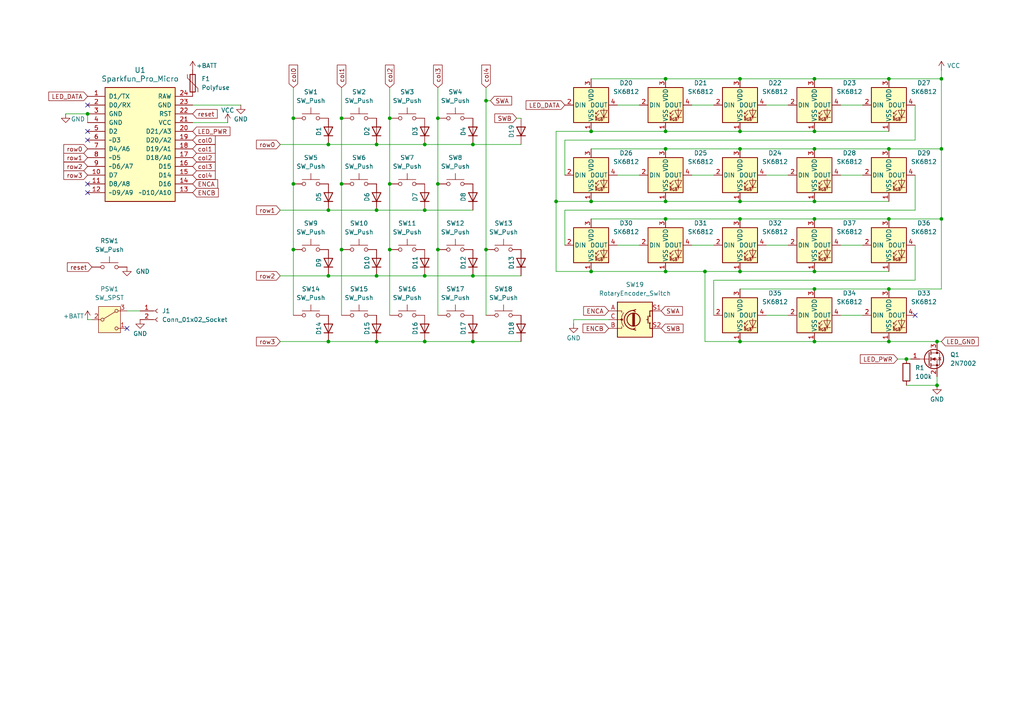
<source format=kicad_sch>
(kicad_sch (version 20250114) (generator "eeschema") (generator_version "9.0")
  (paper "A4")
  (lib_symbols
    (symbol "Arduino:Sparkfun_Pro_Micro" (pin_names (offset 1.016))
      (property "Reference" "U" (at -8.89 21.59 0))
      (property "Value" "Sparkfun_Pro_Micro" (at 0 19.05 0))
      (symbol "Sparkfun_Pro_Micro_0_1"
        (rectangle (start -10.16 17.78) (end 10.16 -15.24) (stroke (width 0.254)) (fill (type background)))
      )
      (symbol "Sparkfun_Pro_Micro_1_1"
        (pin bidirectional line (at -15.24 15.24 0) (length 5.08) (name "D1/TX") (number "1"))
        (pin bidirectional line (at -15.24 12.7 0) (length 5.08) (name "D0/RX") (number "2"))
        (pin power_in line (at -15.24 10.16 0) (length 5.08) (name "GND") (number "3"))
        (pin power_in line (at -15.24 7.62 0) (length 5.08) (name "GND") (number "4"))
        (pin bidirectional line (at -15.24 5.08 0) (length 5.08) (name "D2") (number "5"))
        (pin bidirectional line (at -15.24 2.54 0) (length 5.08) (name "~D3") (number "6"))
        (pin bidirectional line (at -15.24 0 0) (length 5.08) (name "D4/A6") (number "7"))
        (pin bidirectional line (at -15.24 -2.54 0) (length 5.08) (name "~D5") (number "8"))
        (pin bidirectional line (at -15.24 -5.08 0) (length 5.08) (name "~D6/A7") (number "9"))
        (pin bidirectional line (at -15.24 -7.62 0) (length 5.08) (name "D7") (number "10"))
        (pin bidirectional line (at -15.24 -10.16 0) (length 5.08) (name "D8/A8") (number "11"))
        (pin bidirectional line (at -15.24 -12.7 0) (length 5.08) (name "~D9/A9") (number "12"))
        (pin power_in line (at 15.24 15.24 180) (length 5.08) (name "RAW") (number "24"))
        (pin power_in line (at 15.24 12.7 180) (length 5.08) (name "GND") (number "23"))
        (pin input line (at 15.24 10.16 180) (length 5.08) (name "RST") (number "22"))
        (pin power_in line (at 15.24 7.62 180) (length 5.08) (name "VCC") (number "21"))
        (pin bidirectional line (at 15.24 5.08 180) (length 5.08) (name "D21/A3") (number "20"))
        (pin bidirectional line (at 15.24 2.54 180) (length 5.08) (name "D20/A2") (number "19"))
        (pin bidirectional line (at 15.24 0 180) (length 5.08) (name "D19/A1") (number "18"))
        (pin bidirectional line (at 15.24 -2.54 180) (length 5.08) (name "D18/A0") (number "17"))
        (pin bidirectional line (at 15.24 -5.08 180) (length 5.08) (name "D15") (number "16"))
        (pin bidirectional line (at 15.24 -7.62 180) (length 5.08) (name "D14") (number "15"))
        (pin bidirectional line (at 15.24 -10.16 180) (length 5.08) (name "D16") (number "14"))
        (pin bidirectional line (at 15.24 -12.7 180) (length 5.08) (name "~D10/A10") (number "13"))
      )
    )
    (symbol "Connector:Conn_01x02_Socket" (pin_names (offset 1.016) (hide yes))
      (property "Reference" "J" (at 0 2.54 0))
      (property "Value" "Conn_01x02_Socket" (at 0 -5.08 0))
      (symbol "Conn_01x02_Socket_1_1"
        (polyline (pts (xy -1.27 0) (xy -0.508 0)) (stroke (width 0.1524)))
        (polyline (pts (xy -1.27 -2.54) (xy -0.508 -2.54)) (stroke (width 0.1524)))
        (arc (start 0 -0.508) (mid -0.5058 0) (end 0 0.508) (stroke (width 0.1524)))
        (arc (start 0 -3.048) (mid -0.5058 -2.54) (end 0 -2.032) (stroke (width 0.1524)))
        (pin passive line (at -5.08 0 0) (length 3.81) (name "Pin_1") (number "1"))
        (pin passive line (at -5.08 -2.54 0) (length 3.81) (name "Pin_2") (number "2"))
      )
    )
    (symbol "Device:Polyfuse" (pin_numbers (hide yes)) (pin_names (offset 0))
      (property "Reference" "F" (at -2.54 0 90))
      (property "Value" "Polyfuse" (at 2.54 0 90))
      (symbol "Polyfuse_0_1"
        (polyline (pts (xy -1.524 2.54) (xy -1.524 1.524) (xy 1.524 -1.524) (xy 1.524 -2.54)))
        (rectangle (start -0.762 2.54) (end 0.762 -2.54) (stroke (width 0.254)))
        (polyline (pts (xy 0 2.54) (xy 0 -2.54)))
      )
      (symbol "Polyfuse_1_1"
        (pin passive line (at 0 3.81 270) (length 1.27) (name "~") (number "1"))
        (pin passive line (at 0 -3.81 90) (length 1.27) (name "~") (number "2"))
      )
    )
    (symbol "Device:R" (pin_numbers (hide yes)) (pin_names (offset 0))
      (property "Reference" "R" (at 2.032 0 90))
      (property "Value" "R" (at 0 0 90))
      (symbol "R_0_1"
        (rectangle (start -1.016 -2.54) (end 1.016 2.54) (stroke (width 0.254)))
      )
      (symbol "R_1_1"
        (pin passive line (at 0 3.81 270) (length 1.27) (name "~") (number "1"))
        (pin passive line (at 0 -3.81 90) (length 1.27) (name "~") (number "2"))
      )
    )
    (symbol "Device:RotaryEncoder_Switch" (pin_names (offset 0.254) (hide yes))
      (property "Reference" "SW" (at 0 6.604 0))
      (property "Value" "RotaryEncoder_Switch" (at 0 -6.604 0))
      (symbol "RotaryEncoder_Switch_0_1"
        (rectangle (start -5.08 5.08) (end 5.08 -5.08) (stroke (width 0.254)) (fill (type background)))
        (polyline (pts (xy -5.08 2.54) (xy -3.81 2.54) (xy -3.81 2.032)))
        (polyline (pts (xy -5.08 0) (xy -3.81 0) (xy -3.81 -1.016) (xy -3.302 -2.032)))
        (polyline (pts (xy -5.08 -2.54) (xy -3.81 -2.54) (xy -3.81 -2.032)))
        (polyline (pts (xy -4.318 0) (xy -3.81 0) (xy -3.81 1.016) (xy -3.302 2.032)))
        (circle (center -3.81 0) (radius 0.254) (fill (type outline)))
        (polyline (pts (xy -0.635 -1.778) (xy -0.635 1.778)) (stroke (width 0.254)))
        (circle (center -0.381 0) (radius 1.905) (stroke (width 0.254)))
        (polyline (pts (xy -0.381 -1.778) (xy -0.381 1.778)) (stroke (width 0.254)))
        (arc (start -0.381 -2.794) (mid -3.0988 -0.0635) (end -0.381 2.667) (stroke (width 0.254)))
        (polyline (pts (xy -0.127 1.778) (xy -0.127 -1.778)) (stroke (width 0.254)))
        (polyline (pts (xy 0.254 2.921) (xy -0.508 2.667) (xy 0.127 2.286)) (stroke (width 0.254)))
        (polyline (pts (xy 0.254 -3.048) (xy -0.508 -2.794) (xy 0.127 -2.413)) (stroke (width 0.254)))
        (polyline (pts (xy 3.81 1.016) (xy 3.81 -1.016)) (stroke (width 0.254)))
        (polyline (pts (xy 3.81 0) (xy 3.429 0)) (stroke (width 0.254)))
        (circle (center 4.318 1.016) (radius 0.127) (stroke (width 0.254)))
        (circle (center 4.318 -1.016) (radius 0.127) (stroke (width 0.254)))
        (polyline (pts (xy 5.08 2.54) (xy 4.318 2.54) (xy 4.318 1.016)) (stroke (width 0.254)))
        (polyline (pts (xy 5.08 -2.54) (xy 4.318 -2.54) (xy 4.318 -1.016)) (stroke (width 0.254)))
      )
      (symbol "RotaryEncoder_Switch_1_1"
        (pin passive line (at -7.62 2.54 0) (length 2.54) (name "A") (number "A"))
        (pin passive line (at -7.62 0 0) (length 2.54) (name "C") (number "C"))
        (pin passive line (at -7.62 -2.54 0) (length 2.54) (name "B") (number "B"))
        (pin passive line (at 7.62 2.54 180) (length 2.54) (name "S1") (number "S1"))
        (pin passive line (at 7.62 -2.54 180) (length 2.54) (name "S2") (number "S2"))
      )
    )
    (symbol "Diode:1N4148WT" (pin_numbers (hide yes)) (pin_names (hide yes))
      (property "Reference" "D" (at 0 2.54 0))
      (property "Value" "1N4148WT" (at 0 -2.54 0))
      (symbol "1N4148WT_0_1"
        (polyline (pts (xy -1.27 1.27) (xy -1.27 -1.27)) (stroke (width 0.254)))
        (polyline (pts (xy 1.27 1.27) (xy 1.27 -1.27) (xy -1.27 0) (xy 1.27 1.27)) (stroke (width 0.254)))
        (polyline (pts (xy 1.27 0) (xy -1.27 0)))
      )
      (symbol "1N4148WT_1_1"
        (pin passive line (at -3.81 0 0) (length 2.54) (name "K") (number "1"))
        (pin passive line (at 3.81 0 180) (length 2.54) (name "A") (number "2"))
      )
    )
    (symbol "LED:SK6812" (pin_names (offset 0.254))
      (property "Reference" "D" (at 5.08 5.715 0))
      (property "Value" "SK6812" (at 1.27 -5.715 0))
      (symbol "SK6812_0_0"
        (text "RGB" (at 2.286 -4.191 0) (effects (font (size 0.762 0.762))))
      )
      (symbol "SK6812_0_1"
        (polyline (pts (xy 1.27 -2.54) (xy 1.778 -2.54)))
        (polyline (pts (xy 1.27 -3.556) (xy 1.778 -3.556)))
        (polyline (pts (xy 2.286 -1.524) (xy 1.27 -2.54) (xy 1.27 -2.032)))
        (polyline (pts (xy 2.286 -2.54) (xy 1.27 -3.556) (xy 1.27 -3.048)))
        (polyline (pts (xy 3.683 -1.016) (xy 3.683 -3.556) (xy 3.683 -4.064)))
        (polyline (pts (xy 4.699 -1.524) (xy 2.667 -1.524) (xy 3.683 -3.556) (xy 4.699 -1.524)))
        (polyline (pts (xy 4.699 -3.556) (xy 2.667 -3.556)))
        (rectangle (start 5.08 5.08) (end -5.08 -5.08) (stroke (width 0.254)) (fill (type background)))
      )
      (symbol "SK6812_1_1"
        (pin input line (at -7.62 0 0) (length 2.54) (name "DIN") (number "2"))
        (pin power_in line (at 0 7.62 270) (length 2.54) (name "VDD") (number "3"))
        (pin power_in line (at 0 -7.62 90) (length 2.54) (name "VSS") (number "1"))
        (pin output line (at 7.62 0 180) (length 2.54) (name "DOUT") (number "4"))
      )
    )
    (symbol "Switch:SW_Nidec_CAS-120A1" (pin_names (offset 1) (hide yes))
      (property "Reference" "SW" (at 0 4.318 0))
      (property "Value" "SW_Nidec_CAS-120A1" (at 0 -5.08 0))
      (symbol "SW_Nidec_CAS-120A1_0_1"
        (circle (center -2.032 0) (radius 0.4572))
        (polyline (pts (xy -1.651 0.254) (xy 1.651 2.286)))
        (circle (center 2.032 2.54) (radius 0.4572))
        (circle (center 2.032 -2.54) (radius 0.4572))
      )
      (symbol "SW_Nidec_CAS-120A1_1_1"
        (rectangle (start -3.175 3.81) (end 3.175 -3.81) (fill (type background)))
        (pin passive line (at -5.08 0 0) (length 2.54) (name "B") (number "2"))
        (pin passive line (at 5.08 2.54 180) (length 2.54) (name "A") (number "3"))
        (pin passive line (at 5.08 -2.54 180) (length 2.54) (name "C") (number "1"))
      )
    )
    (symbol "Switch:SW_Push" (pin_numbers (hide yes)) (pin_names (offset 1.016) (hide yes))
      (property "Reference" "SW" (at 1.27 2.54 0))
      (property "Value" "SW_Push" (at 0 -1.524 0))
      (symbol "SW_Push_0_1"
        (circle (center -2.032 0) (radius 0.508))
        (polyline (pts (xy 0 1.27) (xy 0 3.048)))
        (circle (center 2.032 0) (radius 0.508))
        (polyline (pts (xy 2.54 1.27) (xy -2.54 1.27)))
        (pin passive line (at -5.08 0 0) (length 2.54) (name "1") (number "1"))
        (pin passive line (at 5.08 0 180) (length 2.54) (name "2") (number "2"))
      )
    )
    (symbol "Transistor_FET:2N7002" (pin_names (offset 0) (hide yes))
      (property "Reference" "Q" (at 5.08 1.905 0))
      (property "Value" "2N7002" (at 5.08 0 0))
      (symbol "2N7002_0_1"
        (polyline (pts (xy 0.254 1.905) (xy 0.254 -1.905)) (stroke (width 0.254)))
        (polyline (pts (xy 0.254 0) (xy -2.54 0)))
        (polyline (pts (xy 0.762 2.286) (xy 0.762 1.27)) (stroke (width 0.254)))
        (polyline (pts (xy 0.762 0.508) (xy 0.762 -0.508)) (stroke (width 0.254)))
        (polyline (pts (xy 0.762 -1.27) (xy 0.762 -2.286)) (stroke (width 0.254)))
        (polyline (pts (xy 0.762 -1.778) (xy 3.302 -1.778) (xy 3.302 1.778) (xy 0.762 1.778)))
        (polyline (pts (xy 1.016 0) (xy 2.032 0.381) (xy 2.032 -0.381) (xy 1.016 0)) (fill (type outline)))
        (circle (center 1.651 0) (radius 2.794) (stroke (width 0.254)))
        (polyline (pts (xy 2.54 2.54) (xy 2.54 1.778)))
        (circle (center 2.54 1.778) (radius 0.254) (fill (type outline)))
        (circle (center 2.54 -1.778) (radius 0.254) (fill (type outline)))
        (polyline (pts (xy 2.54 -2.54) (xy 2.54 0) (xy 0.762 0)))
        (polyline (pts (xy 2.921 0.381) (xy 3.683 0.381)))
        (polyline (pts (xy 3.302 0.381) (xy 2.921 -0.254) (xy 3.683 -0.254) (xy 3.302 0.381)))
      )
      (symbol "2N7002_1_1"
        (pin input line (at -5.08 0 0) (length 2.54) (name "G") (number "1"))
        (pin passive line (at 2.54 5.08 270) (length 2.54) (name "D") (number "3"))
        (pin passive line (at 2.54 -5.08 90) (length 2.54) (name "S") (number "2"))
      )
    )
    (symbol "power:GND" (power) (pin_numbers (hide yes)) (pin_names (offset 0) (hide yes))
      (property "Value" "GND" (at 0 -3.81 0))
      (symbol "GND_0_1"
        (polyline (pts (xy 0 0) (xy 0 -1.27) (xy 1.27 -1.27) (xy 0 -2.54) (xy -1.27 -1.27) (xy 0 -1.27)))
      )
      (symbol "GND_1_1"
        (pin power_in line (at 0 0 270) (length 0) (name "~") (number "1"))
      )
    )
    (symbol "power:VCC" (power) (pin_numbers (hide yes)) (pin_names (offset 0) (hide yes))
      (property "Value" "VCC" (at 0 3.556 0))
      (symbol "VCC_0_1"
        (polyline (pts (xy -0.762 1.27) (xy 0 2.54)))
        (polyline (pts (xy 0 2.54) (xy 0.762 1.27)))
        (polyline (pts (xy 0 0) (xy 0 2.54)))
      )
      (symbol "VCC_1_1"
        (pin power_in line (at 0 0 90) (length 0) (name "~") (number "1"))
      )
    )
  )
  (junction (at 273.05 22.86))
  (junction (at 137.16 99.06))
  (junction (at 193.04 58.42))
  (junction (at 109.22 41.91))
  (junction (at 161.29 58.42))
  (junction (at 85.09 53.34))
  (junction (at 109.22 80.01))
  (junction (at 140.97 29.21))
  (junction (at 127 34.29))
  (junction (at 193.04 38.1))
  (junction (at 171.45 78.74))
  (junction (at 257.81 63.5))
  (junction (at 113.03 53.34))
  (junction (at 193.04 78.74))
  (junction (at 204.47 78.74))
  (junction (at 214.63 22.86))
  (junction (at 262.89 104.14))
  (junction (at 214.63 63.5))
  (junction (at 236.22 83.82))
  (junction (at 236.22 22.86))
  (junction (at 257.81 43.18))
  (junction (at 140.97 72.39))
  (junction (at 257.81 83.82))
  (junction (at 113.03 72.39))
  (junction (at 137.16 41.91))
  (junction (at 193.04 22.86))
  (junction (at 236.22 43.18))
  (junction (at 171.45 38.1))
  (junction (at 236.22 78.74))
  (junction (at 123.19 80.01))
  (junction (at 236.22 99.06))
  (junction (at 95.25 80.01))
  (junction (at 85.09 72.39))
  (junction (at 85.09 34.29))
  (junction (at 214.63 58.42))
  (junction (at 214.63 99.06))
  (junction (at 214.63 38.1))
  (junction (at 273.05 63.5))
  (junction (at 273.05 43.18))
  (junction (at 236.22 38.1))
  (junction (at 193.04 43.18))
  (junction (at 257.81 99.06))
  (junction (at 236.22 63.5))
  (junction (at 127 72.39))
  (junction (at 171.45 58.42))
  (junction (at 25.4 33.02))
  (junction (at 95.25 41.91))
  (junction (at 99.06 72.39))
  (junction (at 109.22 60.96))
  (junction (at 99.06 34.29))
  (junction (at 123.19 99.06))
  (junction (at 236.22 58.42))
  (junction (at 271.78 99.06))
  (junction (at 257.81 22.86))
  (junction (at 109.22 99.06))
  (junction (at 99.06 53.34))
  (junction (at 123.19 60.96))
  (junction (at 95.25 60.96))
  (junction (at 214.63 78.74))
  (junction (at 123.19 41.91))
  (junction (at 193.04 63.5))
  (junction (at 113.03 34.29))
  (junction (at 214.63 43.18))
  (junction (at 127 53.34))
  (junction (at 137.16 80.01))
  (junction (at 271.78 111.76))
  (junction (at 95.25 99.06))
  (no_connect (at 25.4 30.48))
  (no_connect (at 25.4 53.34))
  (no_connect (at 25.4 40.64))
  (no_connect (at 25.4 55.88))
  (no_connect (at 25.4 38.1))
  (no_connect (at 265.43 91.44))
  (no_connect (at 36.83 95.25))
  (wire (pts (xy 161.29 38.1) (xy 171.45 38.1)))
  (wire (pts (xy 166.37 92.71) (xy 166.37 93.98)))
  (wire (pts (xy 137.16 99.06) (xy 151.13 99.06)))
  (wire (pts (xy 273.05 63.5) (xy 273.05 83.82)))
  (wire (pts (xy 171.45 38.1) (xy 193.04 38.1)))
  (wire (pts (xy 161.29 78.74) (xy 161.29 58.42)))
  (wire (pts (xy 179.07 71.12) (xy 185.42 71.12)))
  (wire (pts (xy 163.83 60.96) (xy 163.83 71.12)))
  (wire (pts (xy 193.04 22.86) (xy 214.63 22.86)))
  (wire (pts (xy 95.25 60.96) (xy 109.22 60.96)))
  (wire (pts (xy 273.05 83.82) (xy 257.81 83.82)))
  (wire (pts (xy 137.16 80.01) (xy 151.13 80.01)))
  (wire (pts (xy 85.09 25.4) (xy 85.09 34.29)))
  (wire (pts (xy 19.05 33.02) (xy 25.4 33.02)))
  (wire (pts (xy 55.88 35.56) (xy 66.04 35.56)))
  (wire (pts (xy 140.97 72.39) (xy 140.97 91.44)))
  (wire (pts (xy 113.03 72.39) (xy 113.03 91.44)))
  (wire (pts (xy 166.37 92.71) (xy 176.53 92.71)))
  (wire (pts (xy 222.25 30.48) (xy 228.6 30.48)))
  (wire (pts (xy 109.22 41.91) (xy 123.19 41.91)))
  (wire (pts (xy 140.97 29.21) (xy 142.24 29.21)))
  (wire (pts (xy 262.89 111.76) (xy 271.78 111.76)))
  (wire (pts (xy 81.28 60.96) (xy 95.25 60.96)))
  (wire (pts (xy 260.35 104.14) (xy 262.89 104.14)))
  (wire (pts (xy 243.84 91.44) (xy 250.19 91.44)))
  (wire (pts (xy 95.25 99.06) (xy 109.22 99.06)))
  (wire (pts (xy 200.66 30.48) (xy 207.01 30.48)))
  (wire (pts (xy 113.03 34.29) (xy 113.03 53.34)))
  (wire (pts (xy 265.43 50.8) (xy 265.43 60.96)))
  (wire (pts (xy 214.63 83.82) (xy 236.22 83.82)))
  (wire (pts (xy 222.25 91.44) (xy 228.6 91.44)))
  (wire (pts (xy 204.47 99.06) (xy 214.63 99.06)))
  (wire (pts (xy 273.05 43.18) (xy 273.05 63.5)))
  (wire (pts (xy 236.22 99.06) (xy 257.81 99.06)))
  (wire (pts (xy 273.05 22.86) (xy 273.05 43.18)))
  (wire (pts (xy 222.25 71.12) (xy 228.6 71.12)))
  (wire (pts (xy 273.05 43.18) (xy 257.81 43.18)))
  (wire (pts (xy 171.45 78.74) (xy 161.29 78.74)))
  (wire (pts (xy 25.4 92.71) (xy 26.67 92.71)))
  (wire (pts (xy 257.81 99.06) (xy 271.78 99.06)))
  (wire (pts (xy 171.45 22.86) (xy 193.04 22.86)))
  (wire (pts (xy 95.25 41.91) (xy 109.22 41.91)))
  (wire (pts (xy 161.29 58.42) (xy 161.29 38.1)))
  (wire (pts (xy 171.45 63.5) (xy 193.04 63.5)))
  (wire (pts (xy 127 72.39) (xy 127 91.44)))
  (wire (pts (xy 214.63 22.86) (xy 236.22 22.86)))
  (wire (pts (xy 193.04 63.5) (xy 214.63 63.5)))
  (wire (pts (xy 236.22 43.18) (xy 257.81 43.18)))
  (wire (pts (xy 204.47 78.74) (xy 204.47 99.06)))
  (wire (pts (xy 236.22 83.82) (xy 257.81 83.82)))
  (wire (pts (xy 109.22 60.96) (xy 123.19 60.96)))
  (wire (pts (xy 99.06 53.34) (xy 99.06 72.39)))
  (wire (pts (xy 99.06 72.39) (xy 99.06 91.44)))
  (wire (pts (xy 243.84 30.48) (xy 250.19 30.48)))
  (wire (pts (xy 200.66 50.8) (xy 207.01 50.8)))
  (wire (pts (xy 85.09 34.29) (xy 85.09 53.34)))
  (wire (pts (xy 99.06 34.29) (xy 99.06 53.34)))
  (wire (pts (xy 236.22 38.1) (xy 257.81 38.1)))
  (wire (pts (xy 273.05 20.32) (xy 273.05 22.86)))
  (wire (pts (xy 200.66 71.12) (xy 207.01 71.12)))
  (wire (pts (xy 214.63 78.74) (xy 236.22 78.74)))
  (wire (pts (xy 179.07 50.8) (xy 185.42 50.8)))
  (wire (pts (xy 214.63 43.18) (xy 236.22 43.18)))
  (wire (pts (xy 127 25.4) (xy 127 34.29)))
  (wire (pts (xy 207.01 81.28) (xy 265.43 81.28)))
  (wire (pts (xy 161.29 58.42) (xy 171.45 58.42)))
  (wire (pts (xy 243.84 50.8) (xy 250.19 50.8)))
  (wire (pts (xy 271.78 111.76) (xy 271.78 109.22)))
  (wire (pts (xy 265.43 40.64) (xy 265.43 30.48)))
  (wire (pts (xy 214.63 63.5) (xy 236.22 63.5)))
  (wire (pts (xy 163.83 40.64) (xy 265.43 40.64)))
  (wire (pts (xy 214.63 38.1) (xy 236.22 38.1)))
  (wire (pts (xy 265.43 60.96) (xy 163.83 60.96)))
  (wire (pts (xy 81.28 80.01) (xy 95.25 80.01)))
  (wire (pts (xy 81.28 99.06) (xy 95.25 99.06)))
  (wire (pts (xy 236.22 22.86) (xy 257.81 22.86)))
  (wire (pts (xy 81.28 41.91) (xy 95.25 41.91)))
  (wire (pts (xy 140.97 25.4) (xy 140.97 29.21)))
  (wire (pts (xy 127 34.29) (xy 127 53.34)))
  (wire (pts (xy 179.07 30.48) (xy 185.42 30.48)))
  (wire (pts (xy 222.25 50.8) (xy 228.6 50.8)))
  (wire (pts (xy 193.04 78.74) (xy 204.47 78.74)))
  (wire (pts (xy 95.25 80.01) (xy 109.22 80.01)))
  (wire (pts (xy 127 53.34) (xy 127 72.39)))
  (wire (pts (xy 204.47 78.74) (xy 214.63 78.74)))
  (wire (pts (xy 25.4 33.02) (xy 25.4 35.56)))
  (wire (pts (xy 55.88 30.48) (xy 69.85 30.48)))
  (wire (pts (xy 123.19 80.01) (xy 137.16 80.01)))
  (wire (pts (xy 85.09 72.39) (xy 85.09 91.44)))
  (wire (pts (xy 207.01 91.44) (xy 207.01 81.28)))
  (wire (pts (xy 171.45 58.42) (xy 193.04 58.42)))
  (wire (pts (xy 149.86 34.29) (xy 151.13 34.29)))
  (wire (pts (xy 171.45 43.18) (xy 193.04 43.18)))
  (wire (pts (xy 236.22 58.42) (xy 257.81 58.42)))
  (wire (pts (xy 214.63 99.06) (xy 236.22 99.06)))
  (wire (pts (xy 236.22 63.5) (xy 257.81 63.5)))
  (wire (pts (xy 214.63 58.42) (xy 236.22 58.42)))
  (wire (pts (xy 193.04 38.1) (xy 214.63 38.1)))
  (wire (pts (xy 99.06 25.4) (xy 99.06 34.29)))
  (wire (pts (xy 140.97 29.21) (xy 140.97 72.39)))
  (wire (pts (xy 123.19 99.06) (xy 137.16 99.06)))
  (wire (pts (xy 113.03 25.4) (xy 113.03 34.29)))
  (wire (pts (xy 137.16 41.91) (xy 151.13 41.91)))
  (wire (pts (xy 123.19 60.96) (xy 137.16 60.96)))
  (wire (pts (xy 236.22 78.74) (xy 257.81 78.74)))
  (wire (pts (xy 85.09 53.34) (xy 85.09 72.39)))
  (wire (pts (xy 163.83 50.8) (xy 163.83 40.64)))
  (wire (pts (xy 113.03 53.34) (xy 113.03 72.39)))
  (wire (pts (xy 273.05 63.5) (xy 257.81 63.5)))
  (wire (pts (xy 36.83 90.17) (xy 40.64 90.17)))
  (wire (pts (xy 262.89 104.14) (xy 264.16 104.14)))
  (wire (pts (xy 193.04 58.42) (xy 214.63 58.42)))
  (wire (pts (xy 273.05 99.06) (xy 271.78 99.06)))
  (wire (pts (xy 109.22 99.06) (xy 123.19 99.06)))
  (wire (pts (xy 123.19 41.91) (xy 137.16 41.91)))
  (wire (pts (xy 265.43 81.28) (xy 265.43 71.12)))
  (wire (pts (xy 273.05 22.86) (xy 257.81 22.86)))
  (wire (pts (xy 109.22 80.01) (xy 123.19 80.01)))
  (wire (pts (xy 193.04 43.18) (xy 214.63 43.18)))
  (wire (pts (xy 243.84 71.12) (xy 250.19 71.12)))
  (wire (pts (xy 171.45 78.74) (xy 193.04 78.74)))
  (global_label "ENCA" (shape input) (at 55.88 53.34 0) (property "Intersheetrefs" "${INTERSHEET_REFS}" (effects (hide yes))))
  (global_label "col2" (shape input) (at 55.88 45.72 0) (property "Intersheetrefs" "${INTERSHEET_REFS}" (effects (hide yes))))
  (global_label "LED_DATA" (shape input) (at 163.83 30.48 180) (property "Intersheetrefs" "${INTERSHEET_REFS}" (effects (hide yes))))
  (global_label "ENCB" (shape input) (at 176.53 95.25 180) (property "Intersheetrefs" "${INTERSHEET_REFS}" (effects (hide yes))))
  (global_label "row2" (shape input) (at 25.4 48.26 180) (property "Intersheetrefs" "${INTERSHEET_REFS}" (effects (hide yes))))
  (global_label "LED_PWR" (shape input) (at 55.88 38.1 0) (property "Intersheetrefs" "${INTERSHEET_REFS}" (effects (hide yes))))
  (global_label "col4" (shape input) (at 140.97 25.4 90) (property "Intersheetrefs" "${INTERSHEET_REFS}" (effects (hide yes))))
  (global_label "row2" (shape input) (at 81.28 80.01 180) (property "Intersheetrefs" "${INTERSHEET_REFS}" (effects (hide yes))))
  (global_label "SWB" (shape input) (at 191.77 95.25 0) (property "Intersheetrefs" "${INTERSHEET_REFS}" (effects (hide yes))))
  (global_label "SWA" (shape input) (at 191.77 90.17 0) (property "Intersheetrefs" "${INTERSHEET_REFS}" (effects (hide yes))))
  (global_label "row0" (shape input) (at 81.28 41.91 180) (property "Intersheetrefs" "${INTERSHEET_REFS}" (effects (hide yes))))
  (global_label "LED_GND" (shape input) (at 273.05 99.06 0) (property "Intersheetrefs" "${INTERSHEET_REFS}" (effects (hide yes))))
  (global_label "col1" (shape input) (at 55.88 43.18 0) (property "Intersheetrefs" "${INTERSHEET_REFS}" (effects (hide yes))))
  (global_label "ENCB" (shape input) (at 55.88 55.88 0) (property "Intersheetrefs" "${INTERSHEET_REFS}" (effects (hide yes))))
  (global_label "SWA" (shape input) (at 142.24 29.21 0) (property "Intersheetrefs" "${INTERSHEET_REFS}" (effects (hide yes))))
  (global_label "reset" (shape input) (at 26.67 77.47 180) (property "Intersheetrefs" "${INTERSHEET_REFS}" (effects (hide yes))))
  (global_label "col2" (shape input) (at 113.03 25.4 90) (property "Intersheetrefs" "${INTERSHEET_REFS}" (effects (hide yes))))
  (global_label "row3" (shape input) (at 81.28 99.06 180) (property "Intersheetrefs" "${INTERSHEET_REFS}" (effects (hide yes))))
  (global_label "col4" (shape input) (at 55.88 50.8 0) (property "Intersheetrefs" "${INTERSHEET_REFS}" (effects (hide yes))))
  (global_label "col3" (shape input) (at 55.88 48.26 0) (property "Intersheetrefs" "${INTERSHEET_REFS}" (effects (hide yes))))
  (global_label "col0" (shape input) (at 55.88 40.64 0) (property "Intersheetrefs" "${INTERSHEET_REFS}" (effects (hide yes))))
  (global_label "row1" (shape input) (at 25.4 45.72 180) (property "Intersheetrefs" "${INTERSHEET_REFS}" (effects (hide yes))))
  (global_label "reset" (shape input) (at 55.88 33.02 0) (property "Intersheetrefs" "${INTERSHEET_REFS}" (effects (hide yes))))
  (global_label "col3" (shape input) (at 127 25.4 90) (property "Intersheetrefs" "${INTERSHEET_REFS}" (effects (hide yes))))
  (global_label "ENCA" (shape input) (at 176.53 90.17 180) (property "Intersheetrefs" "${INTERSHEET_REFS}" (effects (hide yes))))
  (global_label "col0" (shape input) (at 85.09 25.4 90) (property "Intersheetrefs" "${INTERSHEET_REFS}" (effects (hide yes))))
  (global_label "SWB" (shape input) (at 149.86 34.29 180) (property "Intersheetrefs" "${INTERSHEET_REFS}" (effects (hide yes))))
  (global_label "row3" (shape input) (at 25.4 50.8 180) (property "Intersheetrefs" "${INTERSHEET_REFS}" (effects (hide yes))))
  (global_label "row1" (shape input) (at 81.28 60.96 180) (property "Intersheetrefs" "${INTERSHEET_REFS}" (effects (hide yes))))
  (global_label "LED_PWR" (shape input) (at 260.35 104.14 180) (property "Intersheetrefs" "${INTERSHEET_REFS}" (effects (hide yes))))
  (global_label "row0" (shape input) (at 25.4 43.18 180) (property "Intersheetrefs" "${INTERSHEET_REFS}" (effects (hide yes))))
  (global_label "LED_DATA" (shape input) (at 25.4 27.94 180) (property "Intersheetrefs" "${INTERSHEET_REFS}" (effects (hide yes))))
  (global_label "col1" (shape input) (at 99.06 25.4 90) (property "Intersheetrefs" "${INTERSHEET_REFS}" (effects (hide yes))))
  (symbol (lib_id "Switch:SW_Push") (at 132.08 53.34 0) (unit 1)
    (property "Reference" "SW8" (at 132.08 45.72 0))
    (property "Value" "SW_Push" (at 132.08 48.26 0))
    (property "Footprint" "Custom Footprints:gateron-ks27-hotswap-reversible" (effects (hide yes)))
    (property "Description" "Push button switch, generic, two pins" (effects (hide yes)))
  )
  (symbol (lib_id "LED:SK6812") (at 171.45 30.48 0) (unit 1)
    (property "Reference" "D20" (at 181.61 24.0598 0))
    (property "Value" "SK6812" (at 181.61 26.5998 0))
    (property "Footprint" "Custom Footprints:SK6812_4020_SIDE_rev2" (effects (hide yes)))
    (property "Datasheet" "https://cdn-shop.adafruit.com/product-files/1138/SK6812+LED+datasheet+.pdf" (effects (hide yes)))
    (property "Description" "RGB LED with integrated controller" (effects (hide yes)))
  )
  (symbol (lib_id "Diode:1N4148WT") (at 95.25 38.1 90) (unit 1)
    (property "Reference" "D1" (at 92.456 38.1 0))
    (property "Value" "1N4148WT" (effects (hide yes)))
    (property "Footprint" "Custom Footprints:D_SOD-523" (effects (hide yes)))
    (property "Datasheet" "https://www.diodes.com/assets/Datasheets/ds30396.pdf" (effects (hide yes)))
    (property "Description" "75V 0.15A Fast switching Diode, SOD-523" (effects (hide yes)))
    (property "Sim.Device" "D" (effects (hide yes)))
    (property "Sim.Pins" "1=K 2=A" (effects (hide yes)))
  )
  (symbol (lib_id "LED:SK6812") (at 236.22 71.12 0) (unit 1)
    (property "Reference" "D37" (at 246.38 64.6998 0))
    (property "Value" "SK6812" (at 246.38 67.2398 0))
    (property "Footprint" "Custom Footprints:SK6812_4020_SIDE_rev2" (effects (hide yes)))
    (property "Datasheet" "https://cdn-shop.adafruit.com/product-files/1138/SK6812+LED+datasheet+.pdf" (effects (hide yes)))
    (property "Description" "RGB LED with integrated controller" (effects (hide yes)))
  )
  (symbol (lib_id "Switch:SW_Push") (at 118.11 53.34 0) (unit 1)
    (property "Reference" "SW7" (at 118.11 45.72 0))
    (property "Value" "SW_Push" (at 118.11 48.26 0))
    (property "Footprint" "Custom Footprints:gateron-ks27-hotswap-reversible" (effects (hide yes)))
    (property "Description" "Push button switch, generic, two pins" (effects (hide yes)))
  )
  (symbol (lib_id "power:GND") (at 40.64 92.71 0) (unit 1)
    (property "Reference" "#PWR011" (effects (hide yes)))
    (property "Value" "GND" (at 40.64 96.774 0))
    (property "Description" "Power symbol creates a global label with name \"GND\" , ground" (effects (hide yes)))
  )
  (symbol (lib_id "Switch:SW_Push") (at 104.14 72.39 0) (unit 1)
    (property "Reference" "SW10" (at 104.14 64.77 0))
    (property "Value" "SW_Push" (at 104.14 67.31 0))
    (property "Footprint" "Custom Footprints:gateron-ks27-hotswap-reversible" (effects (hide yes)))
    (property "Description" "Push button switch, generic, two pins" (effects (hide yes)))
  )
  (symbol (lib_id "Diode:1N4148WT") (at 123.19 76.2 90) (unit 1)
    (property "Reference" "D11" (at 120.396 76.2 0))
    (property "Value" "1N4148WT" (effects (hide yes)))
    (property "Footprint" "Custom Footprints:D_SOD-523" (effects (hide yes)))
    (property "Datasheet" "https://www.diodes.com/assets/Datasheets/ds30396.pdf" (effects (hide yes)))
    (property "Description" "75V 0.15A Fast switching Diode, SOD-523" (effects (hide yes)))
    (property "Sim.Device" "D" (effects (hide yes)))
    (property "Sim.Pins" "1=K 2=A" (effects (hide yes)))
  )
  (symbol (lib_id "Switch:SW_Push") (at 132.08 91.44 0) (unit 1)
    (property "Reference" "SW17" (at 132.08 83.82 0))
    (property "Value" "SW_Push" (at 132.08 86.36 0))
    (property "Footprint" "Custom Footprints:gateron-ks27-hotswap-reversible" (effects (hide yes)))
    (property "Description" "Push button switch, generic, two pins" (effects (hide yes)))
  )
  (symbol (lib_id "Switch:SW_Push") (at 146.05 91.44 0) (unit 1)
    (property "Reference" "SW18" (at 146.05 83.82 0))
    (property "Value" "SW_Push" (at 146.05 86.36 0))
    (property "Footprint" "Custom Footprints:gateron-ks27-hotswap-reversible" (effects (hide yes)))
    (property "Description" "Push button switch, generic, two pins" (effects (hide yes)))
  )
  (symbol (lib_id "LED:SK6812") (at 193.04 71.12 0) (unit 1)
    (property "Reference" "D31" (at 203.2 64.6998 0))
    (property "Value" "SK6812" (at 203.2 67.2398 0))
    (property "Footprint" "Custom Footprints:SK6812_4020_SIDE_rev2" (effects (hide yes)))
    (property "Datasheet" "https://cdn-shop.adafruit.com/product-files/1138/SK6812+LED+datasheet+.pdf" (effects (hide yes)))
    (property "Description" "RGB LED with integrated controller" (effects (hide yes)))
  )
  (symbol (lib_id "Diode:1N4148WT") (at 151.13 76.2 90) (unit 1)
    (property "Reference" "D13" (at 148.336 76.2 0))
    (property "Value" "1N4148WT" (effects (hide yes)))
    (property "Footprint" "Custom Footprints:D_SOD-523" (effects (hide yes)))
    (property "Datasheet" "https://www.diodes.com/assets/Datasheets/ds30396.pdf" (effects (hide yes)))
    (property "Description" "75V 0.15A Fast switching Diode, SOD-523" (effects (hide yes)))
    (property "Sim.Device" "D" (effects (hide yes)))
    (property "Sim.Pins" "1=K 2=A" (effects (hide yes)))
  )
  (symbol (lib_id "Switch:SW_Push") (at 104.14 91.44 0) (unit 1)
    (property "Reference" "SW15" (at 104.14 83.82 0))
    (property "Value" "SW_Push" (at 104.14 86.36 0))
    (property "Footprint" "Custom Footprints:gateron-ks27-hotswap-reversible" (effects (hide yes)))
    (property "Description" "Push button switch, generic, two pins" (effects (hide yes)))
  )
  (symbol (lib_id "LED:SK6812") (at 193.04 50.8 0) (unit 1)
    (property "Reference" "D25" (at 203.2 44.3798 0))
    (property "Value" "SK6812" (at 203.2 46.9198 0))
    (property "Footprint" "Custom Footprints:SK6812_4020_SIDE_rev2" (effects (hide yes)))
    (property "Datasheet" "https://cdn-shop.adafruit.com/product-files/1138/SK6812+LED+datasheet+.pdf" (effects (hide yes)))
    (property "Description" "RGB LED with integrated controller" (effects (hide yes)))
  )
  (symbol (lib_id "Diode:1N4148WT") (at 123.19 95.25 90) (unit 1)
    (property "Reference" "D16" (at 120.396 95.25 0))
    (property "Value" "1N4148WT" (effects (hide yes)))
    (property "Footprint" "Custom Footprints:D_SOD-523" (effects (hide yes)))
    (property "Datasheet" "https://www.diodes.com/assets/Datasheets/ds30396.pdf" (effects (hide yes)))
    (property "Description" "75V 0.15A Fast switching Diode, SOD-523" (effects (hide yes)))
    (property "Sim.Device" "D" (effects (hide yes)))
    (property "Sim.Pins" "1=K 2=A" (effects (hide yes)))
  )
  (symbol (lib_id "Diode:1N4148WT") (at 137.16 57.15 90) (unit 1)
    (property "Reference" "D8" (at 134.366 57.15 0))
    (property "Value" "1N4148WT" (effects (hide yes)))
    (property "Footprint" "Custom Footprints:D_SOD-523" (effects (hide yes)))
    (property "Datasheet" "https://www.diodes.com/assets/Datasheets/ds30396.pdf" (effects (hide yes)))
    (property "Description" "75V 0.15A Fast switching Diode, SOD-523" (effects (hide yes)))
    (property "Sim.Device" "D" (effects (hide yes)))
    (property "Sim.Pins" "1=K 2=A" (effects (hide yes)))
  )
  (symbol (lib_id "Device:Polyfuse") (at 55.88 24.13 0) (unit 1)
    (property "Reference" "F1" (at 58.42 22.8599 0) (effects (justify left)))
    (property "Value" "Polyfuse" (at 58.42 25.3999 0) (effects (justify left)))
    (property "Footprint" "Custom Footprints:0805_2012_nonpolarised" (effects (hide yes)))
    (property "Description" "Resettable fuse, polymeric positive temperature coefficient" (effects (hide yes)))
  )
  (symbol (lib_id "Switch:SW_Push") (at 90.17 34.29 0) (unit 1)
    (property "Reference" "SW1" (at 90.17 26.67 0))
    (property "Value" "SW_Push" (at 90.17 29.21 0))
    (property "Footprint" "Custom Footprints:gateron-ks27-hotswap-reversible" (effects (hide yes)))
    (property "Description" "Push button switch, generic, two pins" (effects (hide yes)))
  )
  (symbol (lib_id "Switch:SW_Push") (at 132.08 72.39 0) (unit 1)
    (property "Reference" "SW12" (at 132.08 64.77 0))
    (property "Value" "SW_Push" (at 132.08 67.31 0))
    (property "Footprint" "Custom Footprints:gateron-ks27-hotswap-reversible" (effects (hide yes)))
    (property "Description" "Push button switch, generic, two pins" (effects (hide yes)))
  )
  (symbol (lib_id "Diode:1N4148WT") (at 109.22 95.25 90) (unit 1)
    (property "Reference" "D15" (at 106.426 95.25 0))
    (property "Value" "1N4148WT" (effects (hide yes)))
    (property "Footprint" "Custom Footprints:D_SOD-523" (effects (hide yes)))
    (property "Datasheet" "https://www.diodes.com/assets/Datasheets/ds30396.pdf" (effects (hide yes)))
    (property "Description" "75V 0.15A Fast switching Diode, SOD-523" (effects (hide yes)))
    (property "Sim.Device" "D" (effects (hide yes)))
    (property "Sim.Pins" "1=K 2=A" (effects (hide yes)))
  )
  (symbol (lib_id "Diode:1N4148WT") (at 151.13 38.1 90) (unit 1)
    (property "Reference" "D19" (at 148.336 38.1 0))
    (property "Value" "1N4148WT" (effects (hide yes)))
    (property "Footprint" "Custom Footprints:D_SOD-523" (effects (hide yes)))
    (property "Datasheet" "https://www.diodes.com/assets/Datasheets/ds30396.pdf" (effects (hide yes)))
    (property "Description" "75V 0.15A Fast switching Diode, SOD-523" (effects (hide yes)))
    (property "Sim.Device" "D" (effects (hide yes)))
    (property "Sim.Pins" "1=K 2=A" (effects (hide yes)))
  )
  (symbol (lib_id "power:VCC") (at 273.05 20.32 0) (unit 1)
    (property "Reference" "#PWR04" (effects (hide yes)))
    (property "Value" "VCC" (at 276.606 19.05 0))
    (property "Description" "Power symbol creates a global label with name \"VCC\"" (effects (hide yes)))
  )
  (symbol (lib_id "power:VCC") (at 25.4 92.71 0) (unit 1)
    (property "Reference" "#PWR010" (effects (hide yes)))
    (property "Value" "+BATT" (at 21.336 91.694 0))
    (property "Description" "Power symbol creates a global label with name \"VCC\"" (effects (hide yes)))
  )
  (symbol (lib_id "Device:RotaryEncoder_Switch") (at 184.15 92.71 0) (unit 1)
    (property "Reference" "SW19" (at 184.15 82.55 0))
    (property "Value" "RotaryEncoder_Switch" (at 184.15 85.09 0))
    (property "Footprint" "Custom Footprints:RotaryEncoder_Alps_EC11E-Switch_Vertical_H20mm" (effects (hide yes)))
    (property "Description" "Rotary encoder, dual channel, incremental quadrate outputs, with switch" (effects (hide yes)))
  )
  (symbol (lib_id "power:GND") (at 166.37 93.98 0) (unit 1)
    (property "Reference" "#PWR014" (effects (hide yes)))
    (property "Value" "GND" (at 166.37 98.044 0))
    (property "Description" "Power symbol creates a global label with name \"GND\" , ground" (effects (hide yes)))
  )
  (symbol (lib_id "Device:R") (at 262.89 107.95 0) (unit 1)
    (property "Reference" "R1" (at 265.43 106.6799 0) (effects (justify left)))
    (property "Value" "100k" (at 265.43 109.2199 0) (effects (justify left)))
    (property "Footprint" "Custom Footprints:0805_2012_nonpolarised" (effects (hide yes)))
    (property "Description" "Resistor" (effects (hide yes)))
  )
  (symbol (lib_id "Diode:1N4148WT") (at 95.25 57.15 90) (unit 1)
    (property "Reference" "D5" (at 92.456 57.15 0))
    (property "Value" "1N4148WT" (effects (hide yes)))
    (property "Footprint" "Custom Footprints:D_SOD-523" (effects (hide yes)))
    (property "Datasheet" "https://www.diodes.com/assets/Datasheets/ds30396.pdf" (effects (hide yes)))
    (property "Description" "75V 0.15A Fast switching Diode, SOD-523" (effects (hide yes)))
    (property "Sim.Device" "D" (effects (hide yes)))
    (property "Sim.Pins" "1=K 2=A" (effects (hide yes)))
  )
  (symbol (lib_id "Diode:1N4148WT") (at 137.16 76.2 90) (unit 1)
    (property "Reference" "D12" (at 134.366 76.2 0))
    (property "Value" "1N4148WT" (effects (hide yes)))
    (property "Footprint" "Custom Footprints:D_SOD-523" (effects (hide yes)))
    (property "Datasheet" "https://www.diodes.com/assets/Datasheets/ds30396.pdf" (effects (hide yes)))
    (property "Description" "75V 0.15A Fast switching Diode, SOD-523" (effects (hide yes)))
    (property "Sim.Device" "D" (effects (hide yes)))
    (property "Sim.Pins" "1=K 2=A" (effects (hide yes)))
  )
  (symbol (lib_id "LED:SK6812") (at 257.81 30.48 0) (unit 1)
    (property "Reference" "D27" (at 267.97 24.0598 0))
    (property "Value" "SK6812" (at 267.97 26.5998 0))
    (property "Footprint" "Custom Footprints:SK6812_4020_SIDE_rev2" (effects (hide yes)))
    (property "Datasheet" "https://cdn-shop.adafruit.com/product-files/1138/SK6812+LED+datasheet+.pdf" (effects (hide yes)))
    (property "Description" "RGB LED with integrated controller" (effects (hide yes)))
  )
  (symbol (lib_id "LED:SK6812") (at 257.81 50.8 0) (unit 1)
    (property "Reference" "D29" (at 267.97 44.3798 0))
    (property "Value" "SK6812" (at 267.97 46.9198 0))
    (property "Footprint" "Custom Footprints:SK6812_4020_SIDE_rev2" (effects (hide yes)))
    (property "Datasheet" "https://cdn-shop.adafruit.com/product-files/1138/SK6812+LED+datasheet+.pdf" (effects (hide yes)))
    (property "Description" "RGB LED with integrated controller" (effects (hide yes)))
  )
  (symbol (lib_id "Switch:SW_Push") (at 104.14 53.34 0) (unit 1)
    (property "Reference" "SW6" (at 104.14 45.72 0))
    (property "Value" "SW_Push" (at 104.14 48.26 0))
    (property "Footprint" "Custom Footprints:gateron-ks27-hotswap-reversible" (effects (hide yes)))
    (property "Description" "Push button switch, generic, two pins" (effects (hide yes)))
  )
  (symbol (lib_id "power:GND") (at 19.05 33.02 0) (unit 1)
    (property "Reference" "#PWR03" (effects (hide yes)))
    (property "Value" "GND" (at 22.606 34.544 0))
    (property "Description" "Power symbol creates a global label with name \"GND\" , ground" (effects (hide yes)))
  )
  (symbol (lib_id "Switch:SW_Push") (at 118.11 34.29 0) (unit 1)
    (property "Reference" "SW3" (at 118.11 26.67 0))
    (property "Value" "SW_Push" (at 118.11 29.21 0))
    (property "Footprint" "Custom Footprints:gateron-ks27-hotswap-reversible" (effects (hide yes)))
    (property "Description" "Push button switch, generic, two pins" (effects (hide yes)))
  )
  (symbol (lib_id "power:GND") (at 36.83 77.47 0) (unit 1)
    (property "Reference" "#PWR08" (effects (hide yes)))
    (property "Value" "GND" (at 41.402 78.74 0))
    (property "Description" "Power symbol creates a global label with name \"GND\" , ground" (effects (hide yes)))
  )
  (symbol (lib_id "power:VCC") (at 55.88 20.32 0) (unit 1)
    (property "Reference" "#PWR09" (effects (hide yes)))
    (property "Value" "+BATT" (at 59.944 19.05 0))
    (property "Description" "Power symbol creates a global label with name \"VCC\"" (effects (hide yes)))
  )
  (symbol (lib_id "Diode:1N4148WT") (at 109.22 57.15 90) (unit 1)
    (property "Reference" "D6" (at 106.426 57.15 0))
    (property "Value" "1N4148WT" (effects (hide yes)))
    (property "Footprint" "Custom Footprints:D_SOD-523" (effects (hide yes)))
    (property "Datasheet" "https://www.diodes.com/assets/Datasheets/ds30396.pdf" (effects (hide yes)))
    (property "Description" "75V 0.15A Fast switching Diode, SOD-523" (effects (hide yes)))
    (property "Sim.Device" "D" (effects (hide yes)))
    (property "Sim.Pins" "1=K 2=A" (effects (hide yes)))
  )
  (symbol (lib_id "Connector:Conn_01x02_Socket") (at 45.72 90.17 0) (unit 1)
    (property "Reference" "J1" (at 46.99 90.1699 0) (effects (justify left)))
    (property "Value" "Conn_01x02_Socket" (at 46.99 92.7099 0) (effects (justify left)))
    (property "Footprint" "Custom Footprints:JST_PH_S2B-PH-SM4-TB_1x02-1MP_P2.00mm_Horizontal" (effects (hide yes)))
    (property "Description" "Generic connector, single row, 01x02, script generated" (effects (hide yes)))
  )
  (symbol (lib_id "Diode:1N4148WT") (at 137.16 38.1 90) (unit 1)
    (property "Reference" "D4" (at 134.366 38.1 0))
    (property "Value" "1N4148WT" (effects (hide yes)))
    (property "Footprint" "Custom Footprints:D_SOD-523" (effects (hide yes)))
    (property "Datasheet" "https://www.diodes.com/assets/Datasheets/ds30396.pdf" (effects (hide yes)))
    (property "Description" "75V 0.15A Fast switching Diode, SOD-523" (effects (hide yes)))
    (property "Sim.Device" "D" (effects (hide yes)))
    (property "Sim.Pins" "1=K 2=A" (effects (hide yes)))
  )
  (symbol (lib_id "LED:SK6812") (at 214.63 71.12 0) (unit 1)
    (property "Reference" "D32" (at 224.79 64.6998 0))
    (property "Value" "SK6812" (at 224.79 67.2398 0))
    (property "Footprint" "Custom Footprints:SK6812_4020_SIDE_rev2" (effects (hide yes)))
    (property "Datasheet" "https://cdn-shop.adafruit.com/product-files/1138/SK6812+LED+datasheet+.pdf" (effects (hide yes)))
    (property "Description" "RGB LED with integrated controller" (effects (hide yes)))
  )
  (symbol (lib_id "power:GND") (at 69.85 30.48 0) (unit 1)
    (property "Reference" "#PWR02" (effects (hide yes)))
    (property "Value" "GND" (at 69.85 34.544 0))
    (property "Description" "Power symbol creates a global label with name \"GND\" , ground" (effects (hide yes)))
  )
  (symbol (lib_id "Diode:1N4148WT") (at 109.22 76.2 90) (unit 1)
    (property "Reference" "D10" (at 106.426 76.2 0))
    (property "Value" "1N4148WT" (effects (hide yes)))
    (property "Footprint" "Custom Footprints:D_SOD-523" (effects (hide yes)))
    (property "Datasheet" "https://www.diodes.com/assets/Datasheets/ds30396.pdf" (effects (hide yes)))
    (property "Description" "75V 0.15A Fast switching Diode, SOD-523" (effects (hide yes)))
    (property "Sim.Device" "D" (effects (hide yes)))
    (property "Sim.Pins" "1=K 2=A" (effects (hide yes)))
  )
  (symbol (lib_id "Diode:1N4148WT") (at 95.25 95.25 90) (unit 1)
    (property "Reference" "D14" (at 92.456 95.25 0))
    (property "Value" "1N4148WT" (effects (hide yes)))
    (property "Footprint" "Custom Footprints:D_SOD-523" (effects (hide yes)))
    (property "Datasheet" "https://www.diodes.com/assets/Datasheets/ds30396.pdf" (effects (hide yes)))
    (property "Description" "75V 0.15A Fast switching Diode, SOD-523" (effects (hide yes)))
    (property "Sim.Device" "D" (effects (hide yes)))
    (property "Sim.Pins" "1=K 2=A" (effects (hide yes)))
  )
  (symbol (lib_id "Diode:1N4148WT") (at 95.25 76.2 90) (unit 1)
    (property "Reference" "D9" (at 92.456 76.2 0))
    (property "Value" "1N4148WT" (effects (hide yes)))
    (property "Footprint" "Custom Footprints:D_SOD-523" (effects (hide yes)))
    (property "Datasheet" "https://www.diodes.com/assets/Datasheets/ds30396.pdf" (effects (hide yes)))
    (property "Description" "75V 0.15A Fast switching Diode, SOD-523" (effects (hide yes)))
    (property "Sim.Device" "D" (effects (hide yes)))
    (property "Sim.Pins" "1=K 2=A" (effects (hide yes)))
  )
  (symbol (lib_id "Switch:SW_Push") (at 118.11 91.44 0) (unit 1)
    (property "Reference" "SW16" (at 118.11 83.82 0))
    (property "Value" "SW_Push" (at 118.11 86.36 0))
    (property "Footprint" "Custom Footprints:gateron-ks27-hotswap-reversible" (effects (hide yes)))
    (property "Description" "Push button switch, generic, two pins" (effects (hide yes)))
  )
  (symbol (lib_id "Switch:SW_Nidec_CAS-120A1") (at 31.75 92.71 0) (unit 1)
    (property "Reference" "PSW1" (at 31.75 83.82 0))
    (property "Value" "SW_SPST" (at 31.75 86.36 0))
    (property "Footprint" "Custom_Footprints:SW_SPDT_PCM12" (effects (hide yes)))
    (property "Datasheet" "https://www.nidec-components.com/e/catalog/switch/cas.pdf" (effects (hide yes)))
    (property "Description" "Switch, single pole double throw" (effects (hide yes)))
  )
  (symbol (lib_id "Switch:SW_Push") (at 146.05 72.39 0) (unit 1)
    (property "Reference" "SW13" (at 146.05 64.77 0))
    (property "Value" "SW_Push" (at 146.05 67.31 0))
    (property "Footprint" "Custom Footprints:gateron-ks27-hotswap-reversible" (effects (hide yes)))
    (property "Description" "Push button switch, generic, two pins" (effects (hide yes)))
  )
  (symbol (lib_id "Transistor_FET:2N7002") (at 269.24 104.14 0) (unit 1)
    (property "Reference" "Q1" (at 275.59 102.8699 0) (effects (justify left)))
    (property "Value" "2N7002" (at 275.59 105.4099 0) (effects (justify left)))
    (property "Footprint" "Custom Footprints:SOT-23-3" (effects (hide yes)))
    (property "Datasheet" "https://www.onsemi.com/pub/Collateral/NDS7002A-D.PDF" (effects (hide yes)))
    (property "Description" "0.115A Id, 60V Vds, N-Channel MOSFET, SOT-23" (effects (hide yes)))
  )
  (symbol (lib_id "Diode:1N4148WT") (at 123.19 57.15 90) (unit 1)
    (property "Reference" "D7" (at 120.396 57.15 0))
    (property "Value" "1N4148WT" (effects (hide yes)))
    (property "Footprint" "Custom Footprints:D_SOD-523" (effects (hide yes)))
    (property "Datasheet" "https://www.diodes.com/assets/Datasheets/ds30396.pdf" (effects (hide yes)))
    (property "Description" "75V 0.15A Fast switching Diode, SOD-523" (effects (hide yes)))
    (property "Sim.Device" "D" (effects (hide yes)))
    (property "Sim.Pins" "1=K 2=A" (effects (hide yes)))
  )
  (symbol (lib_id "LED:SK6812") (at 236.22 91.44 0) (unit 1)
    (property "Reference" "D34" (at 246.38 85.0198 0))
    (property "Value" "SK6812" (at 246.38 87.5598 0))
    (property "Footprint" "Custom Footprints:SK6812_4020_SIDE_rev2" (effects (hide yes)))
    (property "Datasheet" "https://cdn-shop.adafruit.com/product-files/1138/SK6812+LED+datasheet+.pdf" (effects (hide yes)))
    (property "Description" "RGB LED with integrated controller" (effects (hide yes)))
  )
  (symbol (lib_id "Switch:SW_Push") (at 104.14 34.29 0) (unit 1)
    (property "Reference" "SW2" (at 104.14 26.67 0))
    (property "Value" "SW_Push" (at 104.14 29.21 0))
    (property "Footprint" "Custom Footprints:gateron-ks27-hotswap-reversible" (effects (hide yes)))
    (property "Description" "Push button switch, generic, two pins" (effects (hide yes)))
  )
  (symbol (lib_id "power:VCC") (at 66.04 35.56 0) (unit 1)
    (property "Reference" "#PWR01" (effects (hide yes)))
    (property "Value" "VCC" (at 66.04 32.004 0))
    (property "Description" "Power symbol creates a global label with name \"VCC\"" (effects (hide yes)))
  )
  (symbol (lib_id "LED:SK6812") (at 214.63 91.44 0) (unit 1)
    (property "Reference" "D35" (at 224.79 85.0198 0))
    (property "Value" "SK6812" (at 224.79 87.5598 0))
    (property "Footprint" "Custom Footprints:SK6812_4020_SIDE_rev2" (effects (hide yes)))
    (property "Datasheet" "https://cdn-shop.adafruit.com/product-files/1138/SK6812+LED+datasheet+.pdf" (effects (hide yes)))
    (property "Description" "RGB LED with integrated controller" (effects (hide yes)))
  )
  (symbol (lib_id "Switch:SW_Push") (at 90.17 91.44 0) (unit 1)
    (property "Reference" "SW14" (at 90.17 83.82 0))
    (property "Value" "SW_Push" (at 90.17 86.36 0))
    (property "Footprint" "Custom Footprints:gateron-ks27-hotswap-reversible" (effects (hide yes)))
    (property "Description" "Push button switch, generic, two pins" (effects (hide yes)))
  )
  (symbol (lib_id "LED:SK6812") (at 214.63 50.8 0) (unit 1)
    (property "Reference" "D24" (at 224.79 44.3798 0))
    (property "Value" "SK6812" (at 224.79 46.9198 0))
    (property "Footprint" "Custom Footprints:SK6812_4020_SIDE_rev2" (effects (hide yes)))
    (property "Datasheet" "https://cdn-shop.adafruit.com/product-files/1138/SK6812+LED+datasheet+.pdf" (effects (hide yes)))
    (property "Description" "RGB LED with integrated controller" (effects (hide yes)))
  )
  (symbol (lib_id "power:GND") (at 271.78 111.76 0) (unit 1)
    (property "Reference" "#PWR012" (effects (hide yes)))
    (property "Value" "GND" (at 271.78 115.824 0))
    (property "Description" "Power symbol creates a global label with name \"GND\" , ground" (effects (hide yes)))
  )
  (symbol (lib_id "LED:SK6812") (at 214.63 30.48 0) (unit 1)
    (property "Reference" "D22" (at 224.79 24.0598 0))
    (property "Value" "SK6812" (at 224.79 26.5998 0))
    (property "Footprint" "Custom Footprints:SK6812_4020_SIDE_rev2" (effects (hide yes)))
    (property "Datasheet" "https://cdn-shop.adafruit.com/product-files/1138/SK6812+LED+datasheet+.pdf" (effects (hide yes)))
    (property "Description" "RGB LED with integrated controller" (effects (hide yes)))
  )
  (symbol (lib_id "Diode:1N4148WT") (at 151.13 95.25 90) (unit 1)
    (property "Reference" "D18" (at 148.336 95.25 0))
    (property "Value" "1N4148WT" (effects (hide yes)))
    (property "Footprint" "Custom Footprints:D_SOD-523" (effects (hide yes)))
    (property "Datasheet" "https://www.diodes.com/assets/Datasheets/ds30396.pdf" (effects (hide yes)))
    (property "Description" "75V 0.15A Fast switching Diode, SOD-523" (effects (hide yes)))
    (property "Sim.Device" "D" (effects (hide yes)))
    (property "Sim.Pins" "1=K 2=A" (effects (hide yes)))
  )
  (symbol (lib_id "Diode:1N4148WT") (at 109.22 38.1 90) (unit 1)
    (property "Reference" "D2" (at 106.426 38.1 0))
    (property "Value" "1N4148WT" (effects (hide yes)))
    (property "Footprint" "Custom Footprints:D_SOD-523" (effects (hide yes)))
    (property "Datasheet" "https://www.diodes.com/assets/Datasheets/ds30396.pdf" (effects (hide yes)))
    (property "Description" "75V 0.15A Fast switching Diode, SOD-523" (effects (hide yes)))
    (property "Sim.Device" "D" (effects (hide yes)))
    (property "Sim.Pins" "1=K 2=A" (effects (hide yes)))
  )
  (symbol (lib_id "LED:SK6812") (at 171.45 71.12 0) (unit 1)
    (property "Reference" "D30" (at 181.61 64.6998 0))
    (property "Value" "SK6812" (at 181.61 67.2398 0))
    (property "Footprint" "Custom Footprints:SK6812_4020_SIDE_rev2" (effects (hide yes)))
    (property "Datasheet" "https://cdn-shop.adafruit.com/product-files/1138/SK6812+LED+datasheet+.pdf" (effects (hide yes)))
    (property "Description" "RGB LED with integrated controller" (effects (hide yes)))
  )
  (symbol (lib_id "LED:SK6812") (at 236.22 30.48 0) (unit 1)
    (property "Reference" "D23" (at 246.38 24.0598 0))
    (property "Value" "SK6812" (at 246.38 26.5998 0))
    (property "Footprint" "Custom Footprints:SK6812_4020_SIDE_rev2" (effects (hide yes)))
    (property "Datasheet" "https://cdn-shop.adafruit.com/product-files/1138/SK6812+LED+datasheet+.pdf" (effects (hide yes)))
    (property "Description" "RGB LED with integrated controller" (effects (hide yes)))
  )
  (symbol (lib_id "LED:SK6812") (at 171.45 50.8 0) (unit 1)
    (property "Reference" "D26" (at 181.61 44.3798 0))
    (property "Value" "SK6812" (at 181.61 46.9198 0))
    (property "Footprint" "Custom Footprints:SK6812_4020_SIDE_rev2" (effects (hide yes)))
    (property "Datasheet" "https://cdn-shop.adafruit.com/product-files/1138/SK6812+LED+datasheet+.pdf" (effects (hide yes)))
    (property "Description" "RGB LED with integrated controller" (effects (hide yes)))
  )
  (symbol (lib_id "LED:SK6812") (at 236.22 50.8 0) (unit 1)
    (property "Reference" "D28" (at 246.38 44.3798 0))
    (property "Value" "SK6812" (at 246.38 46.9198 0))
    (property "Footprint" "Custom Footprints:SK6812_4020_SIDE_rev2" (effects (hide yes)))
    (property "Datasheet" "https://cdn-shop.adafruit.com/product-files/1138/SK6812+LED+datasheet+.pdf" (effects (hide yes)))
    (property "Description" "RGB LED with integrated controller" (effects (hide yes)))
  )
  (symbol (lib_id "Switch:SW_Push") (at 90.17 53.34 0) (unit 1)
    (property "Reference" "SW5" (at 90.17 45.72 0))
    (property "Value" "SW_Push" (at 90.17 48.26 0))
    (property "Footprint" "Custom Footprints:gateron-ks27-hotswap-reversible" (effects (hide yes)))
    (property "Description" "Push button switch, generic, two pins" (effects (hide yes)))
  )
  (symbol (lib_id "LED:SK6812") (at 193.04 30.48 0) (unit 1)
    (property "Reference" "D21" (at 203.2 24.0598 0))
    (property "Value" "SK6812" (at 203.2 26.5998 0))
    (property "Footprint" "Custom Footprints:SK6812_4020_SIDE_rev2" (effects (hide yes)))
    (property "Datasheet" "https://cdn-shop.adafruit.com/product-files/1138/SK6812+LED+datasheet+.pdf" (effects (hide yes)))
    (property "Description" "RGB LED with integrated controller" (effects (hide yes)))
  )
  (symbol (lib_id "Switch:SW_Push") (at 132.08 34.29 0) (unit 1)
    (property "Reference" "SW4" (at 132.08 26.67 0))
    (property "Value" "SW_Push" (at 132.08 29.21 0))
    (property "Footprint" "Custom Footprints:gateron-ks27-hotswap-reversible" (effects (hide yes)))
    (property "Description" "Push button switch, generic, two pins" (effects (hide yes)))
  )
  (symbol (lib_id "Switch:SW_Push") (at 118.11 72.39 0) (unit 1)
    (property "Reference" "SW11" (at 118.11 64.77 0))
    (property "Value" "SW_Push" (at 118.11 67.31 0))
    (property "Footprint" "Custom Footprints:gateron-ks27-hotswap-reversible" (effects (hide yes)))
    (property "Description" "Push button switch, generic, two pins" (effects (hide yes)))
  )
  (symbol (lib_id "LED:SK6812") (at 257.81 71.12 0) (unit 1)
    (property "Reference" "D36" (at 267.97 64.6998 0))
    (property "Value" "SK6812" (at 267.97 67.2398 0))
    (property "Footprint" "Custom Footprints:SK6812_4020_SIDE_rev2" (effects (hide yes)))
    (property "Datasheet" "https://cdn-shop.adafruit.com/product-files/1138/SK6812+LED+datasheet+.pdf" (effects (hide yes)))
    (property "Description" "RGB LED with integrated controller" (effects (hide yes)))
  )
  (symbol (lib_id "Arduino:Sparkfun_Pro_Micro") (at 40.64 43.18 0) (unit 1)
    (property "Reference" "U1" (at 40.64 20.32 0) (effects (font (size 1.524 1.524))))
    (property "Value" "Sparkfun_Pro_Micro" (at 40.64 22.86 0) (effects (font (size 1.524 1.524))))
    (property "Footprint" "Arduino:Sparkfun_Pro_Micro" (effects (hide yes)))
    (property "Datasheet" "https://www.sparkfun.com/products/12640" (effects (hide yes)))
    (property "Description" "Sparkfun Pro Micro" (effects (hide yes)))
  )
  (symbol (lib_id "Switch:SW_Push") (at 90.17 72.39 0) (unit 1)
    (property "Reference" "SW9" (at 90.17 64.77 0))
    (property "Value" "SW_Push" (at 90.17 67.31 0))
    (property "Footprint" "Custom Footprints:gateron-ks27-hotswap-reversible" (effects (hide yes)))
    (property "Description" "Push button switch, generic, two pins" (effects (hide yes)))
  )
  (symbol (lib_id "Switch:SW_Push") (at 31.75 77.47 0) (unit 1)
    (property "Reference" "RSW1" (at 31.75 69.85 0))
    (property "Value" "SW_Push" (at 31.75 72.39 0))
    (property "Footprint" "Custom Footprints:SW_SPST_FSMSM" (effects (hide yes)))
    (property "Description" "Push button switch, generic, two pins" (effects (hide yes)))
  )
  (symbol (lib_id "Diode:1N4148WT") (at 123.19 38.1 90) (unit 1)
    (property "Reference" "D3" (at 120.396 38.1 0))
    (property "Value" "1N4148WT" (effects (hide yes)))
    (property "Footprint" "Custom Footprints:D_SOD-523" (effects (hide yes)))
    (property "Datasheet" "https://www.diodes.com/assets/Datasheets/ds30396.pdf" (effects (hide yes)))
    (property "Description" "75V 0.15A Fast switching Diode, SOD-523" (effects (hide yes)))
    (property "Sim.Device" "D" (effects (hide yes)))
    (property "Sim.Pins" "1=K 2=A" (effects (hide yes)))
  )
  (symbol (lib_id "Diode:1N4148WT") (at 137.16 95.25 90) (unit 1)
    (property "Reference" "D17" (at 134.366 95.25 0))
    (property "Value" "1N4148WT" (effects (hide yes)))
    (property "Footprint" "Custom Footprints:D_SOD-523" (effects (hide yes)))
    (property "Datasheet" "https://www.diodes.com/assets/Datasheets/ds30396.pdf" (effects (hide yes)))
    (property "Description" "75V 0.15A Fast switching Diode, SOD-523" (effects (hide yes)))
    (property "Sim.Device" "D" (effects (hide yes)))
    (property "Sim.Pins" "1=K 2=A" (effects (hide yes)))
  )
  (symbol (lib_id "LED:SK6812") (at 257.81 91.44 0) (unit 1)
    (property "Reference" "D33" (at 267.97 85.0198 0))
    (property "Value" "SK6812" (at 267.97 87.5598 0))
    (property "Footprint" "Custom Footprints:SK6812_4020_SIDE_rev2" (effects (hide yes)))
    (property "Datasheet" "https://cdn-shop.adafruit.com/product-files/1138/SK6812+LED+datasheet+.pdf" (effects (hide yes)))
    (property "Description" "RGB LED with integrated controller" (effects (hide yes)))
  )
)
</source>
